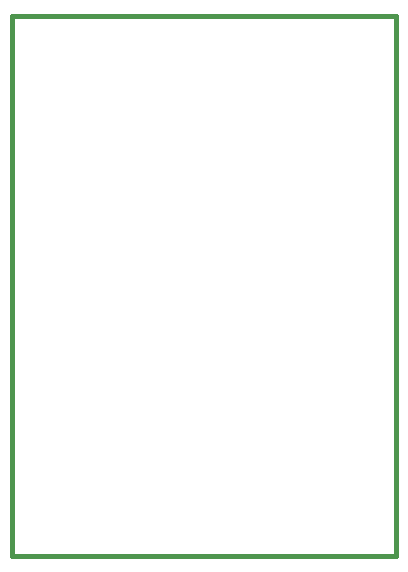
<source format=gbr>
G04 (created by PCBNEW (2013-07-07 BZR 4022)-stable) date 7/21/2013 7:03:45 PM*
%MOIN*%
G04 Gerber Fmt 3.4, Leading zero omitted, Abs format*
%FSLAX34Y34*%
G01*
G70*
G90*
G04 APERTURE LIST*
%ADD10C,0.00590551*%
%ADD11C,0.015*%
G04 APERTURE END LIST*
G54D10*
G54D11*
X33858Y-48720D02*
X33858Y-30709D01*
X46654Y-30709D02*
X46654Y-48720D01*
X33858Y-30709D02*
X46654Y-30709D01*
X46654Y-48720D02*
X33858Y-48720D01*
M02*

</source>
